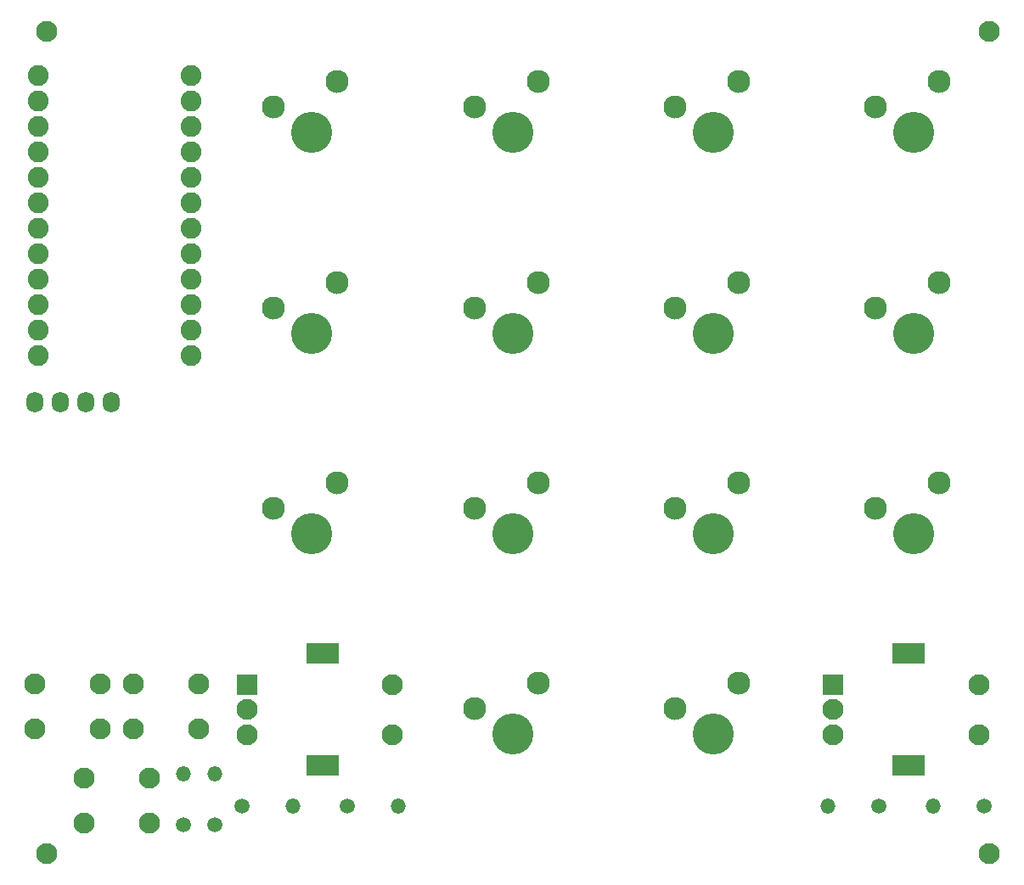
<source format=gbr>
%TF.GenerationSoftware,KiCad,Pcbnew,(5.1.6)-1*%
%TF.CreationDate,2021-03-20T19:14:11-04:00*%
%TF.ProjectId,MacroKeyboard2RotaryEncoders_Mech_with_profiles,4d616372-6f4b-4657-9962-6f6172643252,rev?*%
%TF.SameCoordinates,Original*%
%TF.FileFunction,Soldermask,Bot*%
%TF.FilePolarity,Negative*%
%FSLAX46Y46*%
G04 Gerber Fmt 4.6, Leading zero omitted, Abs format (unit mm)*
G04 Created by KiCad (PCBNEW (5.1.6)-1) date 2021-03-20 19:14:11*
%MOMM*%
%LPD*%
G01*
G04 APERTURE LIST*
%ADD10C,2.100000*%
%ADD11C,2.082800*%
%ADD12O,1.700000X2.100000*%
%ADD13O,1.500000X1.500000*%
%ADD14C,1.500000*%
%ADD15C,4.100000*%
%ADD16C,2.300000*%
%ADD17R,3.300000X2.100000*%
%ADD18R,2.100000X2.100000*%
G04 APERTURE END LIST*
D10*
%TO.C,REF\u002A\u002A*%
X153003200Y-43001600D03*
%TD*%
%TO.C,REF\u002A\u002A*%
X59001600Y-42997200D03*
%TD*%
%TO.C,REF\u002A\u002A*%
X58998800Y-124998800D03*
%TD*%
%TO.C,REF\u002A\u002A*%
X153002400Y-124996400D03*
%TD*%
D11*
%TO.C,B1*%
X58170000Y-47366400D03*
X58170000Y-49906400D03*
X58170000Y-52446400D03*
X58170000Y-54986400D03*
X58170000Y-57526400D03*
X58170000Y-60066400D03*
X58170000Y-62606400D03*
X58170000Y-65146400D03*
X58170000Y-67686400D03*
X58170000Y-70226400D03*
X58170000Y-72766400D03*
X58170000Y-75306400D03*
X73410000Y-75306400D03*
X73410000Y-72766400D03*
X73410000Y-70226400D03*
X73410000Y-67686400D03*
X73410000Y-65146400D03*
X73410000Y-62606400D03*
X73410000Y-60066400D03*
X73410000Y-57526400D03*
X73410000Y-54986400D03*
X73410000Y-52446400D03*
X73410000Y-49906400D03*
X73410000Y-47366400D03*
%TD*%
D12*
%TO.C,Brd1*%
X65417200Y-79976400D03*
X62877200Y-79976400D03*
X57797200Y-79976400D03*
X60337200Y-79976400D03*
%TD*%
D13*
%TO.C,R1*%
X83518400Y-120304800D03*
D14*
X78438400Y-120304800D03*
%TD*%
%TO.C,R2*%
X88959600Y-120306400D03*
D13*
X94039600Y-120306400D03*
%TD*%
%TO.C,R3*%
X136892999Y-120298599D03*
D14*
X141972999Y-120298599D03*
%TD*%
%TO.C,R4*%
X152491600Y-120301200D03*
D13*
X147411600Y-120301200D03*
%TD*%
%TO.C,R5*%
X75783801Y-117030999D03*
D14*
X75783801Y-122110999D03*
%TD*%
%TO.C,R6*%
X72633801Y-122110999D03*
D13*
X72633801Y-117030999D03*
%TD*%
D15*
%TO.C,SW1*%
X85460000Y-53080000D03*
D16*
X81650000Y-50540000D03*
X88000000Y-48000000D03*
%TD*%
%TO.C,SW2*%
X108000000Y-48000000D03*
X101650000Y-50540000D03*
D15*
X105460000Y-53080000D03*
%TD*%
%TO.C,SW3*%
X125460000Y-53080000D03*
D16*
X121650000Y-50540000D03*
X128000000Y-48000000D03*
%TD*%
D15*
%TO.C,SW4*%
X145460000Y-53080000D03*
D16*
X141650000Y-50540000D03*
X148000000Y-48000000D03*
%TD*%
D15*
%TO.C,SW5*%
X85460000Y-73080000D03*
D16*
X81650000Y-70540000D03*
X88000000Y-68000000D03*
%TD*%
%TO.C,SW6*%
X108000000Y-68000000D03*
X101650000Y-70540000D03*
D15*
X105460000Y-73080000D03*
%TD*%
D16*
%TO.C,SW7*%
X128000000Y-68000000D03*
X121650000Y-70540000D03*
D15*
X125460000Y-73080000D03*
%TD*%
D16*
%TO.C,SW8*%
X148000000Y-68000000D03*
X141650000Y-70540000D03*
D15*
X145460000Y-73080000D03*
%TD*%
D16*
%TO.C,SW9*%
X88000000Y-88000000D03*
X81650000Y-90540000D03*
D15*
X85460000Y-93080000D03*
%TD*%
%TO.C,SW10*%
X105460000Y-93080000D03*
D16*
X101650000Y-90540000D03*
X108000000Y-88000000D03*
%TD*%
%TO.C,SW11*%
X128000000Y-88000000D03*
X121650000Y-90540000D03*
D15*
X125460000Y-93080000D03*
%TD*%
%TO.C,SW12*%
X145460000Y-93080000D03*
D16*
X141650000Y-90540000D03*
X148000000Y-88000000D03*
%TD*%
D10*
%TO.C,SW13*%
X93484800Y-113151600D03*
X93484800Y-108151600D03*
D17*
X86484800Y-116251600D03*
X86484800Y-105051600D03*
D10*
X78984800Y-113151600D03*
X78984800Y-110651600D03*
D18*
X78984800Y-108151600D03*
%TD*%
D15*
%TO.C,SW14*%
X105460000Y-113080000D03*
D16*
X101650000Y-110540000D03*
X108000000Y-108000000D03*
%TD*%
%TO.C,SW15*%
X128000000Y-108000000D03*
X121650000Y-110540000D03*
D15*
X125460000Y-113080000D03*
%TD*%
D18*
%TO.C,SW16*%
X137438800Y-108151600D03*
D10*
X137438800Y-110651600D03*
X137438800Y-113151600D03*
D17*
X144938800Y-105051600D03*
X144938800Y-116251600D03*
D10*
X151938800Y-108151600D03*
X151938800Y-113151600D03*
%TD*%
%TO.C,SW17*%
X62750600Y-122000400D03*
X62750600Y-117500400D03*
X69250600Y-122000400D03*
X69250600Y-117500400D03*
%TD*%
%TO.C,SW18*%
X64330400Y-108051600D03*
X64330400Y-112551600D03*
X57830400Y-108051600D03*
X57830400Y-112551600D03*
%TD*%
%TO.C,SW19*%
X67680000Y-112552400D03*
X67680000Y-108052400D03*
X74180000Y-112552400D03*
X74180000Y-108052400D03*
%TD*%
M02*

</source>
